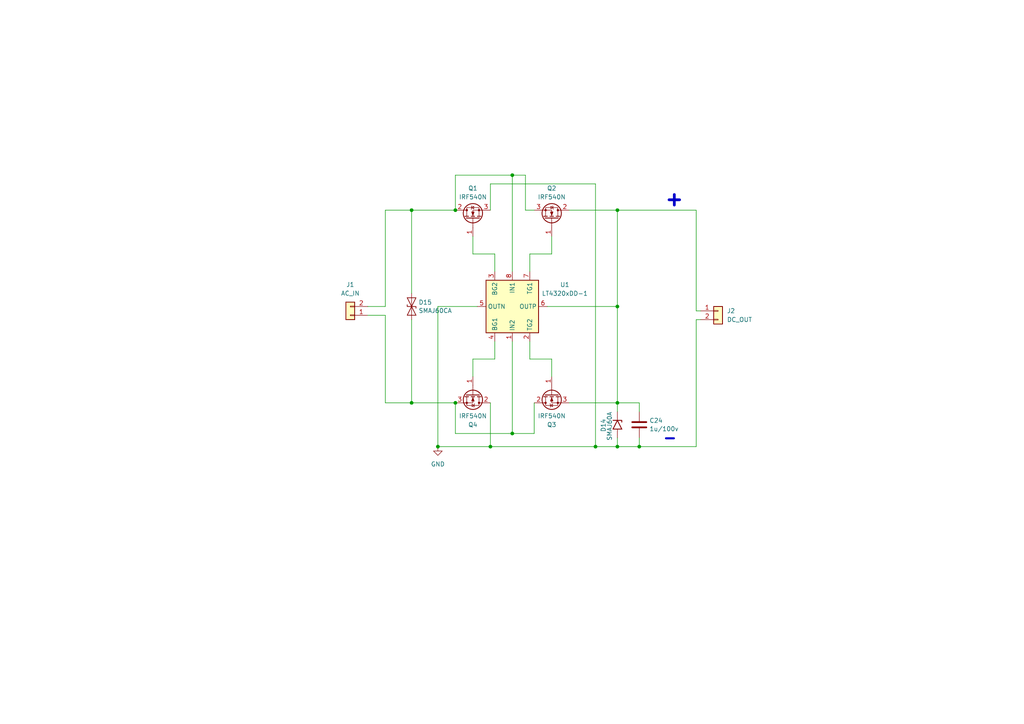
<source format=kicad_sch>
(kicad_sch (version 20231120) (generator "eeschema") (generator_version "8.0")
  (paper "A4")
  (lib_symbols
    (symbol "Connector_Generic:Conn_01x02" (pin_names (offset 1.016) hide)
      (property "Reference" "J" (at 0 2.54 0))
      (property "Value" "Conn_01x02" (at 0 -5.08 0))
      (symbol "Conn_01x02_1_1"
        (rectangle (start -1.27 -2.413) (end 0 -2.667) (stroke (width 0.1524)))
        (rectangle (start -1.27 0.127) (end 0 -0.127) (stroke (width 0.1524)))
        (rectangle (start -1.27 1.27) (end 1.27 -3.81) (stroke (width 0.254)) (fill (type background)))
        (pin passive line (at -5.08 0 0) (length 3.81) (name "Pin_1") (number "1"))
        (pin passive line (at -5.08 -2.54 0) (length 3.81) (name "Pin_2") (number "2"))
      )
    )
    (symbol "Device:C" (pin_numbers hide) (pin_names (offset 0.254))
      (property "Reference" "C" (at 0.635 2.54 0))
      (property "Value" "C" (at 0.635 -2.54 0))
      (symbol "C_0_1"
        (polyline (pts (xy -2.032 -0.762) (xy 2.032 -0.762)) (stroke (width 0.508)))
        (polyline (pts (xy -2.032 0.762) (xy 2.032 0.762)) (stroke (width 0.508)))
      )
      (symbol "C_1_1"
        (pin passive line (at 0 3.81 270) (length 2.794) (name "~") (number "1"))
        (pin passive line (at 0 -3.81 90) (length 2.794) (name "~") (number "2"))
      )
    )
    (symbol "Diode:SMAJ60A" (pin_numbers hide) (pin_names (offset 1.016) hide)
      (property "Reference" "D" (at 0 2.54 0))
      (property "Value" "SMAJ60A" (at 0 -2.54 0))
      (symbol "SMAJ60A_0_1"
        (polyline (pts (xy -0.762 1.27) (xy -1.27 1.27) (xy -1.27 -1.27)) (stroke (width 0.254)))
        (polyline (pts (xy 1.27 1.27) (xy 1.27 -1.27) (xy -1.27 0) (xy 1.27 1.27)) (stroke (width 0.254)))
      )
      (symbol "SMAJ60A_1_1"
        (pin passive line (at -3.81 0 0) (length 2.54) (name "A1") (number "1"))
        (pin passive line (at 3.81 0 180) (length 2.54) (name "A2") (number "2"))
      )
    )
    (symbol "Diode:SMAJ60CA" (pin_numbers hide) (pin_names (offset 1.016) hide)
      (property "Reference" "D" (at 0 2.54 0))
      (property "Value" "SMAJ60CA" (at 0 -2.54 0))
      (symbol "SMAJ60CA_0_1"
        (polyline (pts (xy 1.27 0) (xy -1.27 0)))
        (polyline (pts (xy -2.54 -1.27) (xy 0 0) (xy -2.54 1.27) (xy -2.54 -1.27)) (stroke (width 0.2032)))
        (polyline (pts (xy 0.508 1.27) (xy 0 1.27) (xy 0 -1.27) (xy -0.508 -1.27)) (stroke (width 0.2032)))
        (polyline (pts (xy 2.54 1.27) (xy 2.54 -1.27) (xy 0 0) (xy 2.54 1.27)) (stroke (width 0.2032)))
      )
      (symbol "SMAJ60CA_1_1"
        (pin passive line (at -3.81 0 0) (length 2.54) (name "A1") (number "1"))
        (pin passive line (at 3.81 0 180) (length 2.54) (name "A2") (number "2"))
      )
    )
    (symbol "Power_Management:LT4320xDD-1"
      (property "Reference" "U" (at -6.35 8.89 0))
      (property "Value" "LT4320xDD-1" (at 1.27 8.89 0))
      (symbol "LT4320xDD-1_0_1"
        (rectangle (start -7.62 7.62) (end 7.62 -7.62) (stroke (width 0.254)) (fill (type background)))
      )
      (symbol "LT4320xDD-1_1_1"
        (pin power_in line (at 10.16 0 180) (length 2.54) (name "IN2") (number "1"))
        (pin output line (at 10.16 5.08 180) (length 2.54) (name "TG2") (number "2"))
        (pin output line (at -10.16 -5.08 0) (length 2.54) (name "BG2") (number "3"))
        (pin output line (at 10.16 -5.08 180) (length 2.54) (name "BG1") (number "4"))
        (pin power_in line (at 0 -10.16 90) (length 2.54) (name "OUTN") (number "5"))
        (pin power_in line (at 0 10.16 270) (length 2.54) (name "OUTP") (number "6"))
        (pin output line (at -10.16 5.08 0) (length 2.54) (name "TG1") (number "7"))
        (pin power_in line (at -10.16 0 0) (length 2.54) (name "IN1") (number "8"))
        (pin passive line (at 0 -10.16 90) (length 2.54) hide (name "OUTN") (number "9"))
      )
    )
    (symbol "Transistor_FET:IRF540N" (pin_names hide)
      (property "Reference" "Q" (at 5.08 1.905 0))
      (property "Value" "IRF540N" (at 5.08 0 0))
      (symbol "IRF540N_0_1"
        (polyline (pts (xy 0.254 0) (xy -2.54 0)))
        (polyline (pts (xy 0.254 1.905) (xy 0.254 -1.905)) (stroke (width 0.254)))
        (polyline (pts (xy 0.762 -1.27) (xy 0.762 -2.286)) (stroke (width 0.254)))
        (polyline (pts (xy 0.762 0.508) (xy 0.762 -0.508)) (stroke (width 0.254)))
        (polyline (pts (xy 0.762 2.286) (xy 0.762 1.27)) (stroke (width 0.254)))
        (polyline (pts (xy 2.54 2.54) (xy 2.54 1.778)))
        (polyline (pts (xy 2.54 -2.54) (xy 2.54 0) (xy 0.762 0)))
        (polyline (pts (xy 0.762 -1.778) (xy 3.302 -1.778) (xy 3.302 1.778) (xy 0.762 1.778)))
        (polyline (pts (xy 1.016 0) (xy 2.032 0.381) (xy 2.032 -0.381) (xy 1.016 0)) (fill (type outline)))
        (polyline (pts (xy 2.794 0.508) (xy 2.921 0.381) (xy 3.683 0.381) (xy 3.81 0.254)))
        (polyline (pts (xy 3.302 0.381) (xy 2.921 -0.254) (xy 3.683 -0.254) (xy 3.302 0.381)))
        (circle (center 1.651 0) (radius 2.794) (stroke (width 0.254)))
        (circle (center 2.54 -1.778) (radius 0.254) (fill (type outline)))
        (circle (center 2.54 1.778) (radius 0.254) (fill (type outline)))
      )
      (symbol "IRF540N_1_1"
        (pin input line (at -5.08 0 0) (length 2.54) (name "G") (number "1"))
        (pin passive line (at 2.54 5.08 270) (length 2.54) (name "D") (number "2"))
        (pin passive line (at 2.54 -5.08 90) (length 2.54) (name "S") (number "3"))
      )
    )
    (symbol "power:GND" (power) (pin_numbers hide) (pin_names (offset 0) hide)
      (property "Value" "GND" (at 0 -3.81 0))
      (symbol "GND_0_1"
        (polyline (pts (xy 0 0) (xy 0 -1.27) (xy 1.27 -1.27) (xy 0 -2.54) (xy -1.27 -1.27) (xy 0 -1.27)))
      )
      (symbol "GND_1_1"
        (pin power_in line (at 0 0 270) (length 0) (name "~") (number "1"))
      )
    )
  )
  (junction (at 132.08 116.84))
  (junction (at 179.07 129.54))
  (junction (at 179.07 88.9))
  (junction (at 148.59 125.73))
  (junction (at 179.07 60.96))
  (junction (at 119.38 60.96))
  (junction (at 172.72 129.54))
  (junction (at 127 129.54))
  (junction (at 148.59 50.8))
  (junction (at 185.42 129.54))
  (junction (at 142.24 129.54))
  (junction (at 179.07 116.84))
  (junction (at 132.08 60.96))
  (junction (at 119.38 116.84))
  (wire (pts (xy 148.59 99.06) (xy 148.59 125.73)))
  (wire (pts (xy 172.72 129.54) (xy 179.07 129.54)))
  (wire (pts (xy 179.07 127) (xy 179.07 129.54)))
  (wire (pts (xy 138.43 88.9) (xy 127 88.9)))
  (wire (pts (xy 143.51 78.74) (xy 143.51 73.66)))
  (wire (pts (xy 179.07 60.96) (xy 179.07 88.9)))
  (wire (pts (xy 179.07 116.84) (xy 185.42 116.84)))
  (wire (pts (xy 179.07 60.96) (xy 201.93 60.96)))
  (wire (pts (xy 143.51 104.14) (xy 137.16 104.14)))
  (wire (pts (xy 154.94 60.96) (xy 152.4 60.96)))
  (wire (pts (xy 152.4 50.8) (xy 148.59 50.8)))
  (wire (pts (xy 179.07 129.54) (xy 185.42 129.54)))
  (wire (pts (xy 185.42 127) (xy 185.42 129.54)))
  (wire (pts (xy 137.16 73.66) (xy 137.16 68.58)))
  (wire (pts (xy 132.08 125.73) (xy 132.08 116.84)))
  (wire (pts (xy 111.76 88.9) (xy 106.68 88.9)))
  (wire (pts (xy 148.59 125.73) (xy 132.08 125.73)))
  (wire (pts (xy 185.42 116.84) (xy 185.42 119.38)))
  (wire (pts (xy 160.02 73.66) (xy 160.02 68.58)))
  (wire (pts (xy 185.42 129.54) (xy 201.93 129.54)))
  (wire (pts (xy 127 88.9) (xy 127 129.54)))
  (wire (pts (xy 137.16 104.14) (xy 137.16 109.22)))
  (wire (pts (xy 153.67 99.06) (xy 153.67 104.14)))
  (wire (pts (xy 152.4 60.96) (xy 152.4 50.8)))
  (wire (pts (xy 160.02 104.14) (xy 160.02 109.22)))
  (wire (pts (xy 154.94 116.84) (xy 154.94 125.73)))
  (wire (pts (xy 153.67 73.66) (xy 160.02 73.66)))
  (wire (pts (xy 119.38 116.84) (xy 132.08 116.84)))
  (wire (pts (xy 132.08 50.8) (xy 132.08 60.96)))
  (wire (pts (xy 111.76 91.44) (xy 106.68 91.44)))
  (wire (pts (xy 154.94 125.73) (xy 148.59 125.73)))
  (wire (pts (xy 142.24 53.34) (xy 172.72 53.34)))
  (wire (pts (xy 179.07 88.9) (xy 179.07 116.84)))
  (wire (pts (xy 127 129.54) (xy 142.24 129.54)))
  (wire (pts (xy 111.76 60.96) (xy 119.38 60.96)))
  (wire (pts (xy 201.93 92.71) (xy 201.93 129.54)))
  (wire (pts (xy 143.51 99.06) (xy 143.51 104.14)))
  (wire (pts (xy 111.76 116.84) (xy 111.76 91.44)))
  (wire (pts (xy 179.07 116.84) (xy 179.07 119.38)))
  (wire (pts (xy 172.72 53.34) (xy 172.72 129.54)))
  (wire (pts (xy 119.38 92.71) (xy 119.38 116.84)))
  (wire (pts (xy 158.75 88.9) (xy 179.07 88.9)))
  (wire (pts (xy 142.24 60.96) (xy 142.24 53.34)))
  (wire (pts (xy 148.59 50.8) (xy 132.08 50.8)))
  (wire (pts (xy 201.93 60.96) (xy 201.93 90.17)))
  (wire (pts (xy 143.51 73.66) (xy 137.16 73.66)))
  (wire (pts (xy 165.1 116.84) (xy 179.07 116.84)))
  (wire (pts (xy 142.24 129.54) (xy 172.72 129.54)))
  (wire (pts (xy 111.76 60.96) (xy 111.76 88.9)))
  (wire (pts (xy 111.76 116.84) (xy 119.38 116.84)))
  (wire (pts (xy 148.59 50.8) (xy 148.59 78.74)))
  (wire (pts (xy 203.2 92.71) (xy 201.93 92.71)))
  (wire (pts (xy 119.38 60.96) (xy 119.38 85.09)))
  (wire (pts (xy 165.1 60.96) (xy 179.07 60.96)))
  (wire (pts (xy 119.38 60.96) (xy 132.08 60.96)))
  (wire (pts (xy 153.67 78.74) (xy 153.67 73.66)))
  (wire (pts (xy 201.93 90.17) (xy 203.2 90.17)))
  (wire (pts (xy 153.67 104.14) (xy 160.02 104.14)))
  (wire (pts (xy 142.24 116.84) (xy 142.24 129.54)))
  (text "+" (at 195.58 57.912 0) (effects (font (size 4 4) (thickness 0.8) (bold yes))))
  (text "_" (at 194.31 125.73 0) (effects (font (size 3 3) (bold yes))))
  (text "~" (at 102.616 80.518 0) (effects (font (size 4 4) (bold yes))))
  (symbol (lib_id "Power_Management:LT4320xDD-1") (at 148.59 88.9 270) (unit 1)
    (property "Reference" "U1" (at 163.83 82.5814 90))
    (property "Value" "LT4320xDD-1" (at 163.83 85.1214 90))
    (property "Footprint" "Package_DFN_QFN:DFN-8-1EP_3x3mm_P0.5mm_EP1.65x2.38mm" (effects (hide yes)))
    (property "Datasheet" "https://www.analog.com/media/en/technical-documentation/data-sheets/4320fb.pdf" (effects (hide yes)))
    (property "Description" "Ideal Diode Bridge Controller, DC to 600Hz, DFN-8" (effects (hide yes)))
  )
  (symbol (lib_id "Connector_Generic:Conn_01x02") (at 101.6 91.44 180) (unit 1)
    (property "Reference" "J1" (at 101.6 82.55 0))
    (property "Value" "AC_IN" (at 101.6 85.09 0))
    (property "Footprint" "Connector_Wire:SolderWire-2.5sqmm_1x02_P7.2mm_D2.4mm_OD3.6mm" (effects (hide yes)))
    (property "Description" "Generic connector, single row, 01x02, script generated (kicad-library-utils/schlib/autogen/connector/)" (effects (hide yes)))
    (instances (project "Bidirectional_Power_Converter_24V-12V_with_BMS" (path "" (reference "J1") (unit 1))) (project "Misc_PCB" (path "" (reference "J2") (unit 1))))
  )
  (symbol (lib_id "power:GND") (at 127 129.54 0) (unit 1)
    (property "Reference" "#PWR011" (effects (hide yes)))
    (property "Value" "GND" (at 127 134.62 0))
    (property "Description" "Power symbol creates a global label with name \"GND\" , ground" (effects (hide yes)))
  )
  (symbol (lib_id "Transistor_FET:IRF540N") (at 160.02 114.3 90) (mirror x) (unit 1)
    (property "Reference" "Q3" (at 160.02 123.19 90))
    (property "Value" "IRF540N" (at 160.02 120.65 90))
    (property "Footprint" "My-Footprints:TO-220-3_Vertical-little-bigger pads" (effects (hide yes)))
    (property "Datasheet" "http://www.irf.com/product-info/datasheets/data/irf540n.pdf" (effects (hide yes)))
    (property "Description" "33A Id, 100V Vds, HEXFET N-Channel MOSFET, TO-220" (effects (hide yes)))
    (instances (project "Bidirectional_Power_Converter_24V-12V_with_BMS" (path "" (reference "Q3") (unit 1))) (project "Misc_PCB" (path "" (reference "Q6") (unit 1))))
  )
  (symbol (lib_id "Transistor_FET:IRF540N") (at 137.16 114.3 270) (unit 1)
    (property "Reference" "Q4" (at 137.16 123.19 90))
    (property "Value" "IRF540N" (at 137.16 120.65 90))
    (property "Footprint" "My-Footprints:TO-220-3_Vertical-little-bigger pads" (effects (hide yes)))
    (property "Datasheet" "http://www.irf.com/product-info/datasheets/data/irf540n.pdf" (effects (hide yes)))
    (property "Description" "33A Id, 100V Vds, HEXFET N-Channel MOSFET, TO-220" (effects (hide yes)))
  )
  (symbol (lib_id "Connector_Generic:Conn_01x02") (at 208.28 90.17 0) (unit 1)
    (property "Reference" "J2" (at 210.82 90.1699 0) (effects (justify left)))
    (property "Value" "DC_OUT" (at 210.82 92.7099 0) (effects (justify left)))
    (property "Footprint" "Connector_Wire:SolderWire-2.5sqmm_1x02_P7.2mm_D2.4mm_OD3.6mm" (effects (hide yes)))
    (property "Description" "Generic connector, single row, 01x02, script generated (kicad-library-utils/schlib/autogen/connector/)" (effects (hide yes)))
    (instances (project "Bidirectional_Power_Converter_24V-12V_with_BMS" (path "" (reference "J2") (unit 1))) (project "Misc_PCB" (path "" (reference "J3") (unit 1))))
  )
  (symbol (lib_id "Transistor_FET:IRF540N") (at 160.02 63.5 270) (mirror x) (unit 1)
    (property "Reference" "Q2" (at 160.02 54.61 90))
    (property "Value" "IRF540N" (at 160.02 57.15 90))
    (property "Footprint" "My-Footprints:TO-220-3_Vertical-little-bigger pads" (effects (hide yes)))
    (property "Datasheet" "http://www.irf.com/product-info/datasheets/data/irf540n.pdf" (effects (hide yes)))
    (property "Description" "33A Id, 100V Vds, HEXFET N-Channel MOSFET, TO-220" (effects (hide yes)))
    (instances (project "Bidirectional_Power_Converter_24V-12V_with_BMS" (path "" (reference "Q2") (unit 1))) (project "Misc_PCB" (path "" (reference "Q5") (unit 1))))
  )
  (symbol (lib_id "Diode:SMAJ60CA") (at 119.38 88.9 90) (unit 1)
    (property "Reference" "D15" (at 121.3866 87.6878 90) (effects (justify right)))
    (property "Value" "SMAJ60CA" (at 121.3866 90.1121 90) (effects (justify right)))
    (property "Footprint" "Diode_SMD:D_SMA" (effects (hide yes)))
    (property "Datasheet" "https://www.littelfuse.com/media?resourcetype=datasheets&itemid=75e32973-b177-4ee3-a0ff-cedaf1abdb93&filename=smaj-datasheet" (effects (hide yes)))
    (property "Description" "400W bidirectional Transient Voltage Suppressor, 60.0Vr, SMA(DO-214AC)" (effects (hide yes)))
  )
  (symbol (lib_id "Device:C") (at 185.42 123.19 0) (unit 1)
    (property "Reference" "C24" (at 188.341 121.9778 0) (effects (justify left)))
    (property "Value" "1u/100v" (at 188.341 124.4021 0) (effects (justify left)))
    (property "Footprint" "Capacitor_SMD:C_1206_3216Metric" (effects (hide yes)))
    (property "Description" "Unpolarized capacitor" (effects (hide yes)))
  )
  (symbol (lib_id "Transistor_FET:IRF540N") (at 137.16 63.5 90) (unit 1)
    (property "Reference" "Q1" (at 137.16 54.61 90))
    (property "Value" "IRF540N" (at 137.16 57.15 90))
    (property "Footprint" "My-Footprints:TO-220-3_Vertical-little-bigger pads" (effects (hide yes)))
    (property "Datasheet" "http://www.irf.com/product-info/datasheets/data/irf540n.pdf" (effects (hide yes)))
    (property "Description" "33A Id, 100V Vds, HEXFET N-Channel MOSFET, TO-220" (effects (hide yes)))
    (instances (project "Bidirectional_Power_Converter_24V-12V_with_BMS" (path "" (reference "Q1") (unit 1))) (project "Misc_PCB" (path "" (reference "Q3") (unit 1))))
  )
  (symbol (lib_id "Diode:SMAJ60A") (at 179.07 123.19 270) (unit 1)
    (property "Reference" "D14" (at 175.006 121.412 0) (effects (justify left)))
    (property "Value" "SMAJ60A" (at 176.784 119.38 0) (effects (justify left)))
    (property "Footprint" "Diode_SMD:D_SMA" (effects (hide yes)))
    (property "Datasheet" "https://www.littelfuse.com/media?resourcetype=datasheets&itemid=75e32973-b177-4ee3-a0ff-cedaf1abdb93&filename=smaj-datasheet" (effects (hide yes)))
    (property "Description" "400W unidirectional Transient Voltage Suppressor, 60.0Vr, SMA(DO-214AC)" (effects (hide yes)))
  )
)
</source>
